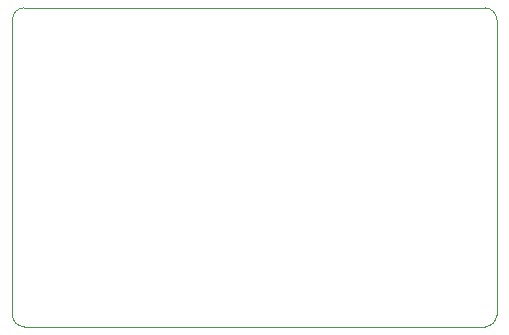
<source format=gbr>
%TF.GenerationSoftware,KiCad,Pcbnew,9.0.0*%
%TF.CreationDate,2026-01-11T13:31:27+01:00*%
%TF.ProjectId,ldc_tdc_driver,6c64635f-7464-4635-9f64-72697665722e,rev?*%
%TF.SameCoordinates,Original*%
%TF.FileFunction,Profile,NP*%
%FSLAX46Y46*%
G04 Gerber Fmt 4.6, Leading zero omitted, Abs format (unit mm)*
G04 Created by KiCad (PCBNEW 9.0.0) date 2026-01-11 13:31:27*
%MOMM*%
%LPD*%
G01*
G04 APERTURE LIST*
%TA.AperFunction,Profile*%
%ADD10C,0.050000*%
%TD*%
G04 APERTURE END LIST*
D10*
X131000000Y-67000000D02*
X170000000Y-67000000D01*
X170000000Y-40000000D02*
X131000000Y-40000000D01*
X171000000Y-66000000D02*
X171000000Y-41000000D01*
X171000000Y-66000000D02*
G75*
G02*
X170000000Y-67000000I-1000000J0D01*
G01*
X131000000Y-67000000D02*
G75*
G02*
X130000000Y-66000000I0J1000000D01*
G01*
X130000000Y-41000000D02*
G75*
G02*
X131000000Y-40000000I1000000J0D01*
G01*
X170000000Y-40000000D02*
G75*
G02*
X171000000Y-41000000I0J-1000000D01*
G01*
X130000000Y-41000000D02*
X130000000Y-66000000D01*
M02*

</source>
